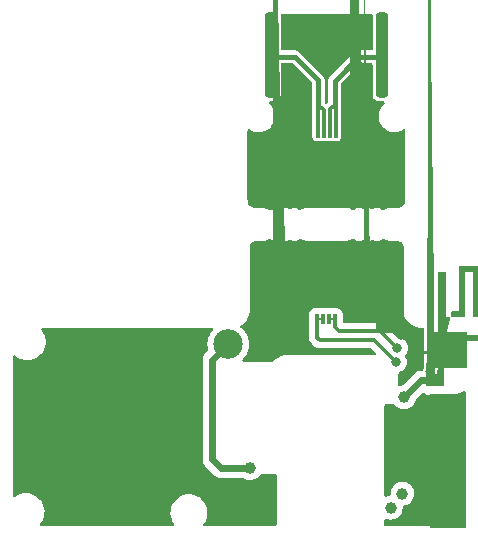
<source format=gtl>
%TF.GenerationSoftware,KiCad,Pcbnew,(6.0.6-0)*%
%TF.CreationDate,2022-07-01T12:28:57+02:00*%
%TF.ProjectId,leo_headphones,6c656f5f-6865-4616-9470-686f6e65732e,rev?*%
%TF.SameCoordinates,Original*%
%TF.FileFunction,Copper,L1,Top*%
%TF.FilePolarity,Positive*%
%FSLAX46Y46*%
G04 Gerber Fmt 4.6, Leading zero omitted, Abs format (unit mm)*
G04 Created by KiCad (PCBNEW (6.0.6-0)) date 2022-07-01 12:28:57*
%MOMM*%
%LPD*%
G01*
G04 APERTURE LIST*
G04 Aperture macros list*
%AMRoundRect*
0 Rectangle with rounded corners*
0 $1 Rounding radius*
0 $2 $3 $4 $5 $6 $7 $8 $9 X,Y pos of 4 corners*
0 Add a 4 corners polygon primitive as box body*
4,1,4,$2,$3,$4,$5,$6,$7,$8,$9,$2,$3,0*
0 Add four circle primitives for the rounded corners*
1,1,$1+$1,$2,$3*
1,1,$1+$1,$4,$5*
1,1,$1+$1,$6,$7*
1,1,$1+$1,$8,$9*
0 Add four rect primitives between the rounded corners*
20,1,$1+$1,$2,$3,$4,$5,0*
20,1,$1+$1,$4,$5,$6,$7,0*
20,1,$1+$1,$6,$7,$8,$9,0*
20,1,$1+$1,$8,$9,$2,$3,0*%
%AMFreePoly0*
4,1,57,1.876963,1.187756,1.892802,1.187756,1.905616,1.178446,1.920679,1.173552,1.929989,1.160739,1.942802,1.151429,1.947696,1.136366,1.957006,1.123552,1.957006,1.107713,1.961900,1.092650,1.961900,-1.992650,1.957006,-2.007713,1.957006,-2.023552,1.947696,-2.036366,1.942802,-2.051429,1.929989,-2.060739,1.920679,-2.073552,1.905616,-2.078446,1.892802,-2.087756,1.876963,-2.087756,
1.861900,-2.092650,0.541900,-2.092650,0.526837,-2.087756,0.510998,-2.087756,0.498184,-2.078446,0.483121,-2.073552,0.473811,-2.060739,0.460998,-2.051429,0.456104,-2.036366,0.446794,-2.023552,0.446794,-2.007713,0.441900,-1.992650,0.441900,-1.192650,-0.541900,-1.192650,-0.556963,-1.187756,-0.572802,-1.187756,-0.585616,-1.178446,-0.600679,-1.173552,-0.609989,-1.160739,-0.622802,-1.151429,
-0.627696,-1.136366,-0.637006,-1.123552,-0.637006,-1.107713,-0.641900,-1.092650,-0.641900,1.092650,-0.637006,1.107713,-0.637006,1.123552,-0.627696,1.136366,-0.622802,1.151429,-0.609989,1.160739,-0.600679,1.173552,-0.585616,1.178446,-0.572802,1.187756,-0.556963,1.187756,-0.541900,1.192650,1.861900,1.192650,1.876963,1.187756,1.876963,1.187756,$1*%
%AMFreePoly1*
4,1,57,1.208863,1.200006,1.224702,1.200006,1.237516,1.190696,1.252579,1.185802,1.261889,1.172989,1.274702,1.163679,1.279596,1.148616,1.288906,1.135802,1.288906,1.119963,1.293800,1.104900,1.293800,-1.110400,1.288906,-1.125463,1.288906,-1.141302,1.279596,-1.154116,1.274702,-1.169179,1.261889,-1.178489,1.252579,-1.191302,1.237516,-1.196196,1.224702,-1.205506,1.208863,-1.205506,
1.193800,-1.210400,0.260000,-1.210400,0.260000,-2.000400,0.255106,-2.015463,0.255106,-2.031302,0.245796,-2.044116,0.240902,-2.059179,0.228089,-2.068489,0.218779,-2.081302,0.203716,-2.086196,0.190902,-2.095506,0.175063,-2.095506,0.160000,-2.100400,-1.210000,-2.100400,-1.225063,-2.095506,-1.240902,-2.095506,-1.253716,-2.086196,-1.268779,-2.081302,-1.278089,-2.068489,-1.290902,-2.059179,
-1.295796,-2.044116,-1.305106,-2.031302,-1.305106,-2.015463,-1.310000,-2.000400,-1.310000,1.104900,-1.305106,1.119963,-1.305106,1.135802,-1.295796,1.148616,-1.290902,1.163679,-1.278089,1.172989,-1.268779,1.185802,-1.253716,1.190696,-1.240902,1.200006,-1.225063,1.200006,-1.210000,1.204900,1.193800,1.204900,1.208863,1.200006,1.208863,1.200006,$1*%
%AMFreePoly2*
4,1,55,1.436000,5.880000,2.028667,5.880000,2.028667,9.690000,3.722000,9.690000,3.722000,5.880000,4.314667,5.880000,4.314667,9.690000,6.008000,9.690000,6.008000,5.880000,6.600667,5.880000,6.600667,9.690000,10.834000,9.690000,10.834000,9.182000,7.108667,9.182000,7.108667,5.372000,5.500000,5.372000,5.500000,9.182000,4.822667,9.182000,4.822667,5.372000,3.214000,5.372000,
3.214000,9.182000,2.536667,9.182000,2.536667,5.372000,0.928000,5.372000,0.928000,9.182000,0.250667,9.182000,0.250667,3.848000,7.193333,3.848000,7.193333,3.340000,0.250667,3.340000,0.250667,2.956586,0.322027,2.514985,0.504667,2.070001,0.613118,1.844974,0.685355,1.651755,0.728695,1.446501,0.750459,1.185372,0.757963,0.824526,0.758667,0.548415,0.759051,0.512500,
0.770000,0.512500,0.770000,-0.512500,-0.770000,-0.512500,-0.770000,0.512500,-0.765290,0.512500,-0.762428,0.937228,-0.748472,1.244840,-0.715608,1.474687,-0.655975,1.672536,-0.561715,1.884156,-0.511333,1.985334,-0.257333,2.488505,-0.257333,9.690000,1.436000,9.690000,1.436000,5.880000,1.436000,5.880000,$1*%
G04 Aperture macros list end*
%TA.AperFunction,EtchedComponent*%
%ADD10C,0.010000*%
%TD*%
%TA.AperFunction,ComponentPad*%
%ADD11C,1.000000*%
%TD*%
%TA.AperFunction,SMDPad,CuDef*%
%ADD12C,2.500000*%
%TD*%
%TA.AperFunction,SMDPad,CuDef*%
%ADD13R,0.304800X0.812800*%
%TD*%
%TA.AperFunction,SMDPad,CuDef*%
%ADD14FreePoly0,0.000000*%
%TD*%
%TA.AperFunction,SMDPad,CuDef*%
%ADD15FreePoly1,0.000000*%
%TD*%
%TA.AperFunction,SMDPad,CuDef*%
%ADD16RoundRect,0.250000X-0.250000X-3.350000X0.250000X-3.350000X0.250000X3.350000X-0.250000X3.350000X0*%
%TD*%
%TA.AperFunction,SMDPad,CuDef*%
%ADD17FreePoly2,270.000000*%
%TD*%
%TA.AperFunction,SMDPad,CuDef*%
%ADD18R,3.048000X11.429999*%
%TD*%
%TA.AperFunction,SMDPad,CuDef*%
%ADD19FreePoly0,180.000000*%
%TD*%
%TA.AperFunction,SMDPad,CuDef*%
%ADD20FreePoly1,180.000000*%
%TD*%
%TA.AperFunction,ViaPad*%
%ADD21C,0.800000*%
%TD*%
%TA.AperFunction,Conductor*%
%ADD22C,0.200000*%
%TD*%
%TA.AperFunction,Conductor*%
%ADD23C,0.304800*%
%TD*%
%TA.AperFunction,Conductor*%
%ADD24C,0.457200*%
%TD*%
%TA.AperFunction,Conductor*%
%ADD25C,0.609600*%
%TD*%
%TA.AperFunction,Conductor*%
%ADD26C,0.250000*%
%TD*%
G04 APERTURE END LIST*
%TO.C,U2*%
G36*
X165627990Y-108685990D02*
G01*
X162579990Y-108685990D01*
X162579990Y-105722657D01*
X165627990Y-105722657D01*
X165627990Y-108685990D01*
G37*
D10*
X165627990Y-108685990D02*
X162579990Y-108685990D01*
X162579990Y-105722657D01*
X165627990Y-105722657D01*
X165627990Y-108685990D01*
%TD*%
D11*
%TO.P,U1,1,ANT*%
%TO.N,Net-(U1-Pad1)*%
X160434147Y-111238923D03*
%TO.P,U1,2,SPK+*%
%TO.N,/BT_SPK+*%
X160284147Y-119388923D03*
%TO.P,U1,3,SPK-*%
%TO.N,/BT_SPK-*%
X159284147Y-120588923D03*
%TO.P,U1,4,BATT-*%
%TO.N,GND*%
X148934147Y-119238923D03*
%TO.P,U1,5,BATT+*%
%TO.N,/BATT+*%
X147384147Y-117238923D03*
%TD*%
D12*
%TO.P,TP1,1,1*%
%TO.N,/BATT+*%
X145530000Y-106740000D03*
%TD*%
%TO.P,TP2,1,1*%
%TO.N,GND*%
X140950000Y-106680000D03*
%TD*%
D13*
%TO.P,J3,1,1*%
%TO.N,/SPK-*%
X153123200Y-88847600D03*
%TO.P,J3,2,2*%
X153623199Y-88847600D03*
%TO.P,J3,3,3*%
%TO.N,/SPK+*%
X154123200Y-88847600D03*
%TO.P,J3,4,4*%
X154623200Y-88847600D03*
D14*
%TO.P,J3,5,5*%
%TO.N,GND2*%
X150021300Y-89785350D03*
D15*
%TO.P,J3,6,6*%
X157073200Y-89797600D03*
%TD*%
D16*
%TO.P,LS1,1,1*%
%TO.N,/SPK-*%
X149159992Y-82270600D03*
%TO.P,LS1,2,2*%
%TO.N,/SPK+*%
X158559992Y-82270600D03*
%TD*%
D17*
%TO.P,U2,1,SIG*%
%TO.N,Net-(U1-Pad1)*%
X163049990Y-109789990D03*
D18*
%TO.P,U2,2,GND*%
%TO.N,GND*%
X164103990Y-116602323D03*
%TD*%
D13*
%TO.P,J2,1,1*%
%TO.N,/BT_SPK+*%
X154547000Y-104598800D03*
%TO.P,J2,2,2*%
X154047001Y-104598800D03*
%TO.P,J2,3,3*%
%TO.N,/BT_SPK-*%
X153547000Y-104598800D03*
%TO.P,J2,4,4*%
X153047000Y-104598800D03*
D19*
%TO.P,J2,5,5*%
%TO.N,GND*%
X157648900Y-103661050D03*
D20*
%TO.P,J2,6,6*%
X150597000Y-103648800D03*
%TD*%
D21*
%TO.N,/BT_SPK-*%
X159740600Y-108254800D03*
%TO.N,/BT_SPK+*%
X159842200Y-107086400D03*
%TO.N,GND*%
X164033200Y-121361200D03*
X164010000Y-107440000D03*
X160125000Y-105940000D03*
X142875000Y-110312200D03*
X150593200Y-105940000D03*
X164033200Y-111937800D03*
%TO.N,GND2*%
X151688800Y-80391000D03*
X156286200Y-93751400D03*
X150952200Y-93700600D03*
X156286200Y-80391000D03*
X147955000Y-93776800D03*
X159435800Y-89814400D03*
X159537400Y-93802200D03*
X148361400Y-89789000D03*
%TD*%
D22*
%TO.N,/BT_SPK-*%
X153047000Y-104598800D02*
X153547000Y-104598800D01*
D23*
X159740600Y-108254800D02*
X157911800Y-106426000D01*
X157911800Y-106426000D02*
X153263600Y-106426000D01*
X153047000Y-106209400D02*
X153047000Y-104558400D01*
X153263600Y-106426000D02*
X153047000Y-106209400D01*
%TO.N,/BT_SPK+*%
X158369000Y-105613200D02*
X159842200Y-107086400D01*
X154547000Y-105271000D02*
X154889200Y-105613200D01*
D22*
X154547000Y-104598800D02*
X154047001Y-104598800D01*
D23*
X154547000Y-104991600D02*
X154547000Y-105271000D01*
X154889200Y-105613200D02*
X158369000Y-105613200D01*
%TO.N,/SPK-*%
X153162000Y-86715600D02*
X153441400Y-86715600D01*
X153441400Y-86715600D02*
X153623199Y-86897399D01*
D22*
X153097800Y-86729000D02*
X153111200Y-86715600D01*
D24*
X153162000Y-86715600D02*
X153162000Y-84404200D01*
D23*
X153623199Y-86897399D02*
X153623199Y-88847600D01*
X153123200Y-88847600D02*
X153097800Y-88822200D01*
D24*
X153162000Y-84404200D02*
X151165400Y-82407600D01*
X151165400Y-82407600D02*
X149160000Y-82407600D01*
D23*
X153097800Y-88822200D02*
X153097800Y-86729000D01*
D22*
X153111200Y-86715600D02*
X153162000Y-86715600D01*
D24*
%TO.N,/SPK+*%
X154533600Y-84429600D02*
X156555600Y-82407600D01*
X154533600Y-86639400D02*
X154533600Y-84429600D01*
D23*
X154533600Y-86639400D02*
X154623200Y-86729000D01*
X154533600Y-86639400D02*
X154279600Y-86639400D01*
X154123200Y-86795800D02*
X154123200Y-88847600D01*
X154279600Y-86639400D02*
X154123200Y-86795800D01*
D24*
X156555600Y-82407600D02*
X158560000Y-82407600D01*
D23*
X154623200Y-86729000D02*
X154623200Y-88847600D01*
D25*
%TO.N,/BATT+*%
X144170400Y-116484400D02*
X144170400Y-108099600D01*
X147384151Y-117238920D02*
X144924920Y-117238920D01*
X144924920Y-117238920D02*
X144170400Y-116484400D01*
X144170400Y-108099600D02*
X145530000Y-106740000D01*
%TO.N,GND*%
X142844520Y-108124520D02*
X141400000Y-106680000D01*
D26*
X161645600Y-121361200D02*
X164033200Y-121361200D01*
D25*
X145212960Y-119238920D02*
X142844520Y-116870480D01*
D26*
X159274800Y-103648800D02*
X160125000Y-104499000D01*
X150593200Y-105940000D02*
X150593200Y-103652600D01*
D25*
X142875000Y-110315000D02*
X142844520Y-110345480D01*
X142875000Y-110312200D02*
X142875000Y-110315000D01*
X142844520Y-116870480D02*
X142844520Y-110345480D01*
D26*
X160125000Y-104499000D02*
X160125000Y-105940000D01*
X150597000Y-105936200D02*
X150593200Y-105940000D01*
X164010000Y-107440000D02*
X161622200Y-107440000D01*
D25*
X142844520Y-110345480D02*
X142844520Y-108124520D01*
D26*
X161622200Y-107440000D02*
X161571400Y-107440000D01*
X156997000Y-103648800D02*
X159274800Y-103648800D01*
D25*
X148934151Y-119238920D02*
X145212960Y-119238920D01*
%TO.N,Net-(U1-Pad1)*%
X161883081Y-109789990D02*
X163049990Y-109789990D01*
X160434151Y-111238920D02*
X161883081Y-109789990D01*
D26*
%TO.N,GND2*%
X148361400Y-89789000D02*
X150664600Y-89789000D01*
X148370000Y-89797600D02*
X148361400Y-89789000D01*
X159435800Y-89814400D02*
X157090000Y-89814400D01*
%TD*%
%TA.AperFunction,Conductor*%
%TO.N,GND*%
G36*
X165593555Y-110735224D02*
G01*
X165629586Y-110796399D01*
X165633400Y-110827166D01*
X165633400Y-122027035D01*
X165613398Y-122095156D01*
X165559742Y-122141649D01*
X165507373Y-122153035D01*
X161238766Y-122152133D01*
X158876472Y-122151634D01*
X158808357Y-122131618D01*
X158761875Y-122077952D01*
X158750500Y-122025634D01*
X158750500Y-121649400D01*
X158770502Y-121581279D01*
X158824158Y-121534786D01*
X158894432Y-121524682D01*
X158915433Y-121529566D01*
X159066539Y-121578663D01*
X159262924Y-121602081D01*
X159269059Y-121601609D01*
X159269061Y-121601609D01*
X159453977Y-121587380D01*
X159453981Y-121587379D01*
X159460119Y-121586907D01*
X159650610Y-121533721D01*
X159656114Y-121530941D01*
X159656116Y-121530940D01*
X159821642Y-121447327D01*
X159821644Y-121447326D01*
X159827143Y-121444548D01*
X159982994Y-121322784D01*
X160112225Y-121173068D01*
X160209916Y-121001102D01*
X160272344Y-120813436D01*
X160297132Y-120617218D01*
X160297527Y-120588923D01*
X160297185Y-120585434D01*
X160291641Y-120528890D01*
X160304901Y-120459142D01*
X160353764Y-120407636D01*
X160407372Y-120390966D01*
X160453977Y-120387380D01*
X160453981Y-120387379D01*
X160460119Y-120386907D01*
X160650610Y-120333721D01*
X160656114Y-120330941D01*
X160656116Y-120330940D01*
X160821642Y-120247327D01*
X160821644Y-120247326D01*
X160827143Y-120244548D01*
X160982994Y-120122784D01*
X161112225Y-119973068D01*
X161209916Y-119801102D01*
X161272344Y-119613436D01*
X161297132Y-119417218D01*
X161297527Y-119388923D01*
X161278227Y-119192090D01*
X161221063Y-119002754D01*
X161128213Y-118828127D01*
X161057856Y-118741861D01*
X161007107Y-118679636D01*
X161007104Y-118679633D01*
X161003212Y-118674861D01*
X160996871Y-118669615D01*
X160855572Y-118552722D01*
X160855568Y-118552720D01*
X160850822Y-118548793D01*
X160676848Y-118454725D01*
X160487915Y-118396241D01*
X160481790Y-118395597D01*
X160481789Y-118395597D01*
X160297351Y-118376212D01*
X160297349Y-118376212D01*
X160291222Y-118375568D01*
X160208723Y-118383076D01*
X160100398Y-118392934D01*
X160100395Y-118392935D01*
X160094259Y-118393493D01*
X160088353Y-118395231D01*
X160088349Y-118395232D01*
X159983223Y-118426172D01*
X159904528Y-118449333D01*
X159899070Y-118452186D01*
X159899066Y-118452188D01*
X159808294Y-118499643D01*
X159729257Y-118540963D01*
X159575122Y-118664891D01*
X159447993Y-118816397D01*
X159445026Y-118821795D01*
X159445022Y-118821800D01*
X159441544Y-118828127D01*
X159352714Y-118989710D01*
X159350853Y-118995577D01*
X159350852Y-118995579D01*
X159294774Y-119172359D01*
X159292912Y-119178229D01*
X159270866Y-119374774D01*
X159271382Y-119380919D01*
X159277283Y-119451201D01*
X159263051Y-119520756D01*
X159213473Y-119571575D01*
X159163144Y-119587224D01*
X159142062Y-119589143D01*
X159100399Y-119592934D01*
X159100397Y-119592934D01*
X159094259Y-119593493D01*
X159088353Y-119595231D01*
X159088349Y-119595232D01*
X158966130Y-119631203D01*
X158912074Y-119647112D01*
X158841078Y-119647157D01*
X158781328Y-119608811D01*
X158751794Y-119544248D01*
X158750500Y-119526238D01*
X158750500Y-111962700D01*
X158770502Y-111894579D01*
X158824158Y-111848086D01*
X158876500Y-111836700D01*
X159427177Y-111836700D01*
X159427948Y-111836702D01*
X159505521Y-111837176D01*
X159518978Y-111833330D01*
X159589970Y-111833842D01*
X159652347Y-111876214D01*
X159705182Y-111942876D01*
X159855797Y-112071059D01*
X160028441Y-112167547D01*
X160216539Y-112228663D01*
X160412924Y-112252081D01*
X160419059Y-112251609D01*
X160419061Y-112251609D01*
X160603977Y-112237380D01*
X160603981Y-112237379D01*
X160610119Y-112236907D01*
X160800610Y-112183721D01*
X160806114Y-112180941D01*
X160806116Y-112180940D01*
X160971642Y-112097327D01*
X160971644Y-112097326D01*
X160977143Y-112094548D01*
X161132994Y-111972784D01*
X161240630Y-111848086D01*
X161258196Y-111827736D01*
X161258197Y-111827734D01*
X161262225Y-111823068D01*
X161359916Y-111651102D01*
X161422344Y-111463436D01*
X161423116Y-111457327D01*
X161423118Y-111457317D01*
X161425980Y-111434662D01*
X161454362Y-111369586D01*
X161461891Y-111361360D01*
X161951669Y-110871582D01*
X162013981Y-110837556D01*
X162084796Y-110842621D01*
X162137984Y-110882437D01*
X162138466Y-110882019D01*
X162140387Y-110884236D01*
X162141632Y-110885168D01*
X162143396Y-110887709D01*
X162144370Y-110888833D01*
X162149240Y-110896411D01*
X162156050Y-110902312D01*
X162252935Y-110986264D01*
X162252938Y-110986266D01*
X162259747Y-110992166D01*
X162392756Y-111052909D01*
X162537490Y-111073719D01*
X163562490Y-111073719D01*
X163580704Y-111072416D01*
X163628865Y-111068972D01*
X163628867Y-111068972D01*
X163635601Y-111068490D01*
X163642080Y-111066588D01*
X163648728Y-111065388D01*
X163648832Y-111065967D01*
X163674842Y-111062192D01*
X163752740Y-111061994D01*
X163875587Y-111061681D01*
X163875651Y-111061680D01*
X163875826Y-111061680D01*
X163885197Y-111061571D01*
X163885530Y-111061564D01*
X163885535Y-111061564D01*
X164245044Y-111054088D01*
X164245058Y-111054087D01*
X164246043Y-111054067D01*
X164247039Y-111054015D01*
X164247044Y-111054015D01*
X164277057Y-111052454D01*
X164277078Y-111052453D01*
X164278031Y-111052403D01*
X164539160Y-111030639D01*
X164602626Y-111021331D01*
X164709806Y-110998700D01*
X164805566Y-110978480D01*
X164805576Y-110978478D01*
X164807880Y-110977991D01*
X164881647Y-110956544D01*
X165074866Y-110884307D01*
X165118002Y-110865895D01*
X165325851Y-110765723D01*
X165332712Y-110762666D01*
X165459557Y-110710603D01*
X165530171Y-110703241D01*
X165593555Y-110735224D01*
G37*
%TD.AperFunction*%
%TA.AperFunction,Conductor*%
G36*
X144208620Y-105357452D02*
G01*
X144255113Y-105411108D01*
X144265217Y-105481382D01*
X144237373Y-105544020D01*
X144221708Y-105562855D01*
X144094363Y-105715970D01*
X144091934Y-105719973D01*
X144006541Y-105860697D01*
X143958771Y-105939419D01*
X143857697Y-106180455D01*
X143793359Y-106433783D01*
X143767173Y-106693839D01*
X143767397Y-106698505D01*
X143767397Y-106698511D01*
X143768601Y-106723567D01*
X143779713Y-106954908D01*
X143807793Y-107096076D01*
X143830483Y-107210145D01*
X143824155Y-107280859D01*
X143795999Y-107323821D01*
X143601931Y-107517889D01*
X143600994Y-107518818D01*
X143536150Y-107582318D01*
X143532336Y-107588236D01*
X143532332Y-107588241D01*
X143512505Y-107619007D01*
X143505066Y-107629360D01*
X143477837Y-107663469D01*
X143474772Y-107669809D01*
X143474769Y-107669814D01*
X143463135Y-107693879D01*
X143455608Y-107707292D01*
X143441126Y-107729764D01*
X143441123Y-107729771D01*
X143437308Y-107735690D01*
X143434898Y-107742310D01*
X143434898Y-107742311D01*
X143430860Y-107753404D01*
X143422544Y-107776255D01*
X143422379Y-107776707D01*
X143417418Y-107788451D01*
X143407822Y-107808302D01*
X143398423Y-107827744D01*
X143390823Y-107860664D01*
X143386457Y-107875399D01*
X143377311Y-107900528D01*
X143377309Y-107900534D01*
X143374902Y-107907149D01*
X143374020Y-107914132D01*
X143369431Y-107950459D01*
X143367197Y-107963000D01*
X143357378Y-108005530D01*
X143357353Y-108012576D01*
X143357353Y-108012579D01*
X143357235Y-108046341D01*
X143357205Y-108047234D01*
X143357100Y-108048070D01*
X143357100Y-108085006D01*
X143357099Y-108085446D01*
X143356816Y-108166646D01*
X143356741Y-108187992D01*
X143357011Y-108189198D01*
X143357100Y-108190847D01*
X143357100Y-116475183D01*
X143357093Y-116476503D01*
X143356144Y-116567109D01*
X143357633Y-116573996D01*
X143365367Y-116609765D01*
X143367428Y-116622349D01*
X143372293Y-116665725D01*
X143374608Y-116672372D01*
X143383402Y-116697626D01*
X143387564Y-116712436D01*
X143394702Y-116745451D01*
X143397680Y-116751838D01*
X143397681Y-116751840D01*
X143413152Y-116785019D01*
X143417947Y-116796827D01*
X143432299Y-116838039D01*
X143436032Y-116844013D01*
X143450197Y-116866682D01*
X143457533Y-116880192D01*
X143471815Y-116910819D01*
X143488954Y-116932914D01*
X143498569Y-116945310D01*
X143505862Y-116955764D01*
X143528989Y-116992776D01*
X143533954Y-116997775D01*
X143533955Y-116997777D01*
X143557756Y-117021744D01*
X143558353Y-117022382D01*
X143558873Y-117023053D01*
X143585131Y-117049311D01*
X143647452Y-117112068D01*
X143657559Y-117122246D01*
X143658600Y-117122906D01*
X143659835Y-117124015D01*
X144343209Y-117807389D01*
X144344138Y-117808326D01*
X144407638Y-117873170D01*
X144413556Y-117876984D01*
X144413561Y-117876988D01*
X144444327Y-117896815D01*
X144454680Y-117904254D01*
X144488789Y-117931483D01*
X144519203Y-117946186D01*
X144532611Y-117953710D01*
X144561010Y-117972012D01*
X144600916Y-117986537D01*
X144602035Y-117986944D01*
X144613774Y-117991903D01*
X144653064Y-118010896D01*
X144685973Y-118018494D01*
X144700713Y-118022860D01*
X144732469Y-118034418D01*
X144775794Y-118039891D01*
X144788323Y-118042124D01*
X144823985Y-118050358D01*
X144823993Y-118050359D01*
X144830850Y-118051942D01*
X144837891Y-118051967D01*
X144837894Y-118051967D01*
X144871659Y-118052085D01*
X144872552Y-118052114D01*
X144873390Y-118052220D01*
X144910453Y-118052220D01*
X144910892Y-118052221D01*
X145009779Y-118052566D01*
X145009784Y-118052566D01*
X145013312Y-118052578D01*
X145014515Y-118052309D01*
X145016160Y-118052220D01*
X146740259Y-118052220D01*
X146804988Y-118072507D01*
X146805797Y-118071059D01*
X146978441Y-118167547D01*
X147166539Y-118228663D01*
X147362924Y-118252081D01*
X147369059Y-118251609D01*
X147369061Y-118251609D01*
X147553977Y-118237380D01*
X147553981Y-118237379D01*
X147560119Y-118236907D01*
X147750610Y-118183721D01*
X147756114Y-118180941D01*
X147756116Y-118180940D01*
X147921642Y-118097327D01*
X147921644Y-118097326D01*
X147927143Y-118094548D01*
X148082994Y-117972784D01*
X148212225Y-117823068D01*
X148220499Y-117808503D01*
X148271538Y-117759153D01*
X148330055Y-117744740D01*
X149504900Y-117744740D01*
X149573021Y-117764742D01*
X149619514Y-117818398D01*
X149630900Y-117870740D01*
X149630900Y-122017138D01*
X149610898Y-122085259D01*
X149557242Y-122131752D01*
X149504924Y-122143138D01*
X144291493Y-122144110D01*
X143543378Y-122144250D01*
X143475253Y-122124261D01*
X143428750Y-122070614D01*
X143418633Y-122000342D01*
X143445989Y-121938275D01*
X143480073Y-121896780D01*
X143483284Y-121892871D01*
X143609438Y-121676116D01*
X143619694Y-121649400D01*
X143697503Y-121446701D01*
X143699315Y-121441981D01*
X143716371Y-121360341D01*
X143749566Y-121201441D01*
X143750601Y-121196487D01*
X143751453Y-121177736D01*
X143757022Y-121055088D01*
X143761978Y-120945952D01*
X143733152Y-120696821D01*
X143709630Y-120613694D01*
X143666244Y-120460372D01*
X143666243Y-120460370D01*
X143664866Y-120455503D01*
X143662732Y-120450928D01*
X143662730Y-120450921D01*
X143561013Y-120232789D01*
X143561011Y-120232785D01*
X143558876Y-120228207D01*
X143489809Y-120126578D01*
X143420755Y-120024968D01*
X143420752Y-120024964D01*
X143417909Y-120020781D01*
X143317285Y-119914373D01*
X143249073Y-119842241D01*
X143245593Y-119838561D01*
X143196599Y-119801102D01*
X143050379Y-119689308D01*
X143050375Y-119689305D01*
X143046359Y-119686235D01*
X142986273Y-119654017D01*
X142829795Y-119570115D01*
X142825334Y-119567723D01*
X142820553Y-119566077D01*
X142820549Y-119566075D01*
X142592993Y-119487721D01*
X142588204Y-119486072D01*
X142484671Y-119468189D01*
X142344980Y-119444060D01*
X142344974Y-119444059D01*
X142341070Y-119443385D01*
X142337109Y-119443205D01*
X142337108Y-119443205D01*
X142312429Y-119442084D01*
X142312410Y-119442084D01*
X142311010Y-119442020D01*
X142136345Y-119442020D01*
X142133837Y-119442222D01*
X142133832Y-119442222D01*
X141954416Y-119456657D01*
X141954411Y-119456658D01*
X141949375Y-119457063D01*
X141944467Y-119458268D01*
X141944464Y-119458269D01*
X141712686Y-119515200D01*
X141705821Y-119516886D01*
X141701169Y-119518861D01*
X141701165Y-119518862D01*
X141492781Y-119607316D01*
X141474964Y-119614879D01*
X141262745Y-119748520D01*
X141074622Y-119914373D01*
X140915436Y-120108169D01*
X140789282Y-120324924D01*
X140787469Y-120329647D01*
X140787468Y-120329649D01*
X140760141Y-120400837D01*
X140699405Y-120559059D01*
X140698372Y-120564005D01*
X140698370Y-120564011D01*
X140687991Y-120613694D01*
X140648119Y-120804553D01*
X140647890Y-120809602D01*
X140647889Y-120809608D01*
X140645390Y-120864646D01*
X140636742Y-121055088D01*
X140637323Y-121060108D01*
X140637323Y-121060112D01*
X140643895Y-121116909D01*
X140665568Y-121304219D01*
X140666947Y-121309093D01*
X140666948Y-121309097D01*
X140729335Y-121529567D01*
X140733854Y-121545537D01*
X140735988Y-121550112D01*
X140735990Y-121550119D01*
X140805509Y-121699202D01*
X140839844Y-121772833D01*
X140842686Y-121777014D01*
X140842690Y-121777022D01*
X140958838Y-121947929D01*
X140980584Y-122015513D01*
X140962340Y-122084125D01*
X140909897Y-122131982D01*
X140854651Y-122144751D01*
X129688277Y-122146833D01*
X129620154Y-122126844D01*
X129573651Y-122073197D01*
X129563534Y-122002925D01*
X129590891Y-121940857D01*
X129698032Y-121810422D01*
X129698035Y-121810418D01*
X129701244Y-121806511D01*
X129827398Y-121589756D01*
X129831377Y-121579392D01*
X129915463Y-121360341D01*
X129917275Y-121355621D01*
X129923343Y-121326578D01*
X129967526Y-121115081D01*
X129968561Y-121110127D01*
X129969417Y-121091294D01*
X129979708Y-120864646D01*
X129979938Y-120859592D01*
X129977371Y-120837401D01*
X129952299Y-120620722D01*
X129951112Y-120610461D01*
X129946010Y-120592428D01*
X129884204Y-120374012D01*
X129884203Y-120374010D01*
X129882826Y-120369143D01*
X129880692Y-120364568D01*
X129880690Y-120364561D01*
X129778973Y-120146429D01*
X129778971Y-120146425D01*
X129776836Y-120141847D01*
X129756920Y-120112541D01*
X129638715Y-119938608D01*
X129638712Y-119938604D01*
X129635869Y-119934421D01*
X129463553Y-119752201D01*
X129459526Y-119749122D01*
X129268339Y-119602948D01*
X129268335Y-119602945D01*
X129264319Y-119599875D01*
X129212066Y-119571857D01*
X129047755Y-119483755D01*
X129043294Y-119481363D01*
X129038513Y-119479717D01*
X129038509Y-119479715D01*
X128810953Y-119401361D01*
X128806164Y-119399712D01*
X128661787Y-119374774D01*
X128562940Y-119357700D01*
X128562934Y-119357699D01*
X128559030Y-119357025D01*
X128555069Y-119356845D01*
X128555068Y-119356845D01*
X128530389Y-119355724D01*
X128530370Y-119355724D01*
X128528970Y-119355660D01*
X128354305Y-119355660D01*
X128351797Y-119355862D01*
X128351792Y-119355862D01*
X128172376Y-119370297D01*
X128172371Y-119370298D01*
X128167335Y-119370703D01*
X128162427Y-119371908D01*
X128162424Y-119371909D01*
X127992308Y-119413694D01*
X127923781Y-119430526D01*
X127919129Y-119432501D01*
X127919125Y-119432502D01*
X127715674Y-119518862D01*
X127692924Y-119528519D01*
X127491642Y-119655273D01*
X127423342Y-119674646D01*
X127355408Y-119654017D01*
X127309411Y-119599936D01*
X127298502Y-119548647D01*
X127298863Y-107807712D01*
X127318867Y-107739594D01*
X127372524Y-107693103D01*
X127442799Y-107683001D01*
X127501392Y-107707622D01*
X127672981Y-107838812D01*
X127672985Y-107838815D01*
X127677001Y-107841885D01*
X127681459Y-107844275D01*
X127681460Y-107844276D01*
X127765857Y-107889529D01*
X127898026Y-107960397D01*
X127902807Y-107962043D01*
X127902811Y-107962045D01*
X128049572Y-108012579D01*
X128135156Y-108042048D01*
X128230948Y-108058594D01*
X128378380Y-108084060D01*
X128378386Y-108084061D01*
X128382290Y-108084735D01*
X128386251Y-108084915D01*
X128386252Y-108084915D01*
X128410931Y-108086036D01*
X128410950Y-108086036D01*
X128412350Y-108086100D01*
X128587015Y-108086100D01*
X128589523Y-108085898D01*
X128589528Y-108085898D01*
X128768944Y-108071463D01*
X128768949Y-108071462D01*
X128773985Y-108071057D01*
X128778893Y-108069852D01*
X128778896Y-108069851D01*
X129012625Y-108012441D01*
X129017539Y-108011234D01*
X129022191Y-108009259D01*
X129022195Y-108009258D01*
X129243741Y-107915217D01*
X129243742Y-107915217D01*
X129248396Y-107913241D01*
X129426221Y-107801259D01*
X129456334Y-107782296D01*
X129456335Y-107782295D01*
X129460615Y-107779600D01*
X129648738Y-107613747D01*
X129807924Y-107419951D01*
X129934078Y-107203196D01*
X130023955Y-106969061D01*
X130025954Y-106959496D01*
X130074206Y-106728521D01*
X130075241Y-106723567D01*
X130075638Y-106714844D01*
X130082888Y-106555174D01*
X130086618Y-106473032D01*
X130085018Y-106459198D01*
X130073076Y-106355993D01*
X130057792Y-106223901D01*
X130055623Y-106216234D01*
X129990884Y-105987452D01*
X129990883Y-105987450D01*
X129989506Y-105982583D01*
X129987372Y-105978008D01*
X129987370Y-105978001D01*
X129885653Y-105759869D01*
X129885651Y-105759865D01*
X129883516Y-105755287D01*
X129789730Y-105617286D01*
X129745394Y-105552047D01*
X129745393Y-105552045D01*
X129742549Y-105547861D01*
X129739072Y-105544184D01*
X129737639Y-105542402D01*
X129710543Y-105476779D01*
X129723226Y-105406925D01*
X129771663Y-105355017D01*
X129835836Y-105337450D01*
X144140499Y-105337450D01*
X144208620Y-105357452D01*
G37*
%TD.AperFunction*%
%TA.AperFunction,Conductor*%
G36*
X151669043Y-97842057D02*
G01*
X151752277Y-97876533D01*
X151872979Y-97926529D01*
X151882691Y-97930552D01*
X151963508Y-97949954D01*
X152108768Y-97984829D01*
X152108774Y-97984830D01*
X152113581Y-97985984D01*
X152238710Y-97995832D01*
X152316596Y-98001962D01*
X152327598Y-98003318D01*
X152337748Y-98005025D01*
X152343963Y-98005101D01*
X152345435Y-98005119D01*
X152345439Y-98005119D01*
X152350300Y-98005178D01*
X152355111Y-98004489D01*
X152355127Y-98004488D01*
X152377958Y-98001218D01*
X152395806Y-97999945D01*
X154505181Y-97999769D01*
X155276954Y-97999705D01*
X155298566Y-98001571D01*
X155311284Y-98003784D01*
X155316530Y-98004697D01*
X155321400Y-98004784D01*
X155321401Y-98004784D01*
X155322482Y-98004803D01*
X155329080Y-98004921D01*
X155333911Y-98004257D01*
X155334281Y-98004235D01*
X155341335Y-98003492D01*
X155446011Y-97995832D01*
X155561368Y-97987390D01*
X155561371Y-97987390D01*
X155566311Y-97987028D01*
X155573124Y-97985430D01*
X155604051Y-97978175D01*
X155797886Y-97932705D01*
X156018087Y-97842762D01*
X156018942Y-97844856D01*
X156079560Y-97833787D01*
X156147936Y-97863069D01*
X156158206Y-97871794D01*
X156158210Y-97871797D01*
X156163785Y-97876533D01*
X156170298Y-97879859D01*
X156170300Y-97879860D01*
X156314792Y-97953642D01*
X156314794Y-97953643D01*
X156321308Y-97956969D01*
X156328413Y-97958708D01*
X156328417Y-97958709D01*
X156410738Y-97978852D01*
X156493110Y-97999008D01*
X156498712Y-97999356D01*
X156498715Y-97999356D01*
X156502325Y-97999580D01*
X156502335Y-97999580D01*
X156504264Y-97999700D01*
X156631793Y-97999700D01*
X156701536Y-97991569D01*
X156755911Y-97985230D01*
X156755915Y-97985229D01*
X156763181Y-97984382D01*
X156770056Y-97981887D01*
X156770058Y-97981886D01*
X156923162Y-97926311D01*
X156994020Y-97921870D01*
X157023455Y-97932534D01*
X157033301Y-97937561D01*
X157064788Y-97953640D01*
X157064790Y-97953641D01*
X157071308Y-97956969D01*
X157243110Y-97999008D01*
X157248712Y-97999356D01*
X157248715Y-97999356D01*
X157252325Y-97999580D01*
X157252335Y-97999580D01*
X157254264Y-97999700D01*
X157381793Y-97999700D01*
X157451536Y-97991569D01*
X157505911Y-97985230D01*
X157505915Y-97985229D01*
X157513181Y-97984382D01*
X157520056Y-97981887D01*
X157520058Y-97981886D01*
X157673162Y-97926311D01*
X157744020Y-97921870D01*
X157773455Y-97932534D01*
X157783301Y-97937561D01*
X157814788Y-97953640D01*
X157814790Y-97953641D01*
X157821308Y-97956969D01*
X157993110Y-97999008D01*
X157998712Y-97999356D01*
X157998715Y-97999356D01*
X158002325Y-97999580D01*
X158002335Y-97999580D01*
X158004264Y-97999700D01*
X158131793Y-97999700D01*
X158201536Y-97991569D01*
X158255911Y-97985230D01*
X158255915Y-97985229D01*
X158263181Y-97984382D01*
X158270056Y-97981887D01*
X158270058Y-97981886D01*
X158422561Y-97926529D01*
X158422562Y-97926529D01*
X158429437Y-97924033D01*
X158435554Y-97920022D01*
X158435561Y-97920019D01*
X158534880Y-97854903D01*
X158602815Y-97834280D01*
X158660594Y-97847873D01*
X158663293Y-97849527D01*
X158737006Y-97880060D01*
X158878103Y-97938505D01*
X158878105Y-97938506D01*
X158882676Y-97940399D01*
X158937838Y-97953642D01*
X159108761Y-97994677D01*
X159108767Y-97994678D01*
X159113574Y-97995832D01*
X159252018Y-98006728D01*
X159316596Y-98011811D01*
X159327598Y-98013167D01*
X159337748Y-98014874D01*
X159344126Y-98014952D01*
X159345440Y-98014968D01*
X159345443Y-98014968D01*
X159350300Y-98015027D01*
X159377991Y-98011061D01*
X159395818Y-98009789D01*
X159671432Y-98009739D01*
X159840667Y-98009709D01*
X159860074Y-98011209D01*
X159874851Y-98013510D01*
X159874855Y-98013510D01*
X159883724Y-98014891D01*
X159892626Y-98013727D01*
X159892750Y-98013711D01*
X159923192Y-98013440D01*
X159937277Y-98015027D01*
X159985264Y-98020434D01*
X160012771Y-98026713D01*
X160089853Y-98053685D01*
X160115274Y-98065927D01*
X160184426Y-98109378D01*
X160206485Y-98126970D01*
X160264230Y-98184715D01*
X160281822Y-98206774D01*
X160325273Y-98275926D01*
X160337515Y-98301347D01*
X160364487Y-98378428D01*
X160370766Y-98405936D01*
X160377018Y-98461426D01*
X160376923Y-98477068D01*
X160377800Y-98477079D01*
X160377690Y-98486051D01*
X160376309Y-98494924D01*
X160377473Y-98503826D01*
X160377473Y-98503828D01*
X160380436Y-98526483D01*
X160381500Y-98542821D01*
X160381500Y-103822347D01*
X160380102Y-103841062D01*
X160376283Y-103866489D01*
X160376351Y-103879042D01*
X160377126Y-103883847D01*
X160377126Y-103883852D01*
X160378752Y-103893941D01*
X160379859Y-103902792D01*
X160384438Y-103954103D01*
X160396698Y-104091505D01*
X160445704Y-104299132D01*
X160523758Y-104497673D01*
X160629271Y-104683085D01*
X160760095Y-104851595D01*
X160812939Y-104902616D01*
X160894165Y-104981039D01*
X160913568Y-104999773D01*
X160917219Y-105002407D01*
X160917222Y-105002410D01*
X160974496Y-105043737D01*
X161086565Y-105124603D01*
X161275566Y-105223545D01*
X161279802Y-105225041D01*
X161279809Y-105225044D01*
X161472475Y-105293083D01*
X161476723Y-105294583D01*
X161685942Y-105336273D01*
X161690434Y-105336515D01*
X161690439Y-105336516D01*
X161792365Y-105342014D01*
X161858003Y-105345556D01*
X161869938Y-105346772D01*
X161881608Y-105348526D01*
X161881616Y-105348527D01*
X161886436Y-105349251D01*
X161891313Y-105349225D01*
X161894123Y-105349210D01*
X161898989Y-105349184D01*
X161921267Y-105345595D01*
X161941196Y-105343992D01*
X161963758Y-105343973D01*
X161987929Y-105343952D01*
X162056066Y-105363896D01*
X162102605Y-105417512D01*
X162112769Y-105487777D01*
X162108754Y-105506053D01*
X162101598Y-105529982D01*
X162094935Y-105547429D01*
X162083878Y-105570980D01*
X162082497Y-105579848D01*
X162082497Y-105579849D01*
X162079272Y-105600564D01*
X162075491Y-105617277D01*
X162066908Y-105645976D01*
X162066853Y-105654951D01*
X162066853Y-105654952D01*
X162066696Y-105680742D01*
X162066662Y-105681553D01*
X162066490Y-105682658D01*
X162066490Y-105714001D01*
X162066488Y-105714769D01*
X162066010Y-105793064D01*
X162066397Y-105794417D01*
X162066490Y-105795783D01*
X162066490Y-108677334D01*
X162066488Y-108678102D01*
X162066010Y-108756397D01*
X162068478Y-108765032D01*
X162069617Y-108773346D01*
X162059396Y-108842793D01*
X162044571Y-108875256D01*
X162043289Y-108884173D01*
X162042697Y-108886189D01*
X162004313Y-108945915D01*
X161939732Y-108975408D01*
X161921801Y-108976690D01*
X161892298Y-108976690D01*
X161890978Y-108976683D01*
X161889870Y-108976671D01*
X161800372Y-108975734D01*
X161793490Y-108977222D01*
X161793489Y-108977222D01*
X161757709Y-108984957D01*
X161745131Y-108987016D01*
X161708763Y-108991096D01*
X161708754Y-108991098D01*
X161701756Y-108991883D01*
X161688851Y-108996377D01*
X161669850Y-109002993D01*
X161655043Y-109007155D01*
X161635752Y-109011326D01*
X161622030Y-109014293D01*
X161615645Y-109017270D01*
X161615643Y-109017271D01*
X161612090Y-109018928D01*
X161582467Y-109032741D01*
X161570674Y-109037530D01*
X161529442Y-109051889D01*
X161523467Y-109055623D01*
X161523464Y-109055624D01*
X161500791Y-109069791D01*
X161487274Y-109077130D01*
X161456662Y-109091405D01*
X161431676Y-109110786D01*
X161422171Y-109118159D01*
X161411717Y-109125452D01*
X161374705Y-109148579D01*
X161369706Y-109153544D01*
X161369704Y-109153545D01*
X161345737Y-109177346D01*
X161345099Y-109177943D01*
X161344428Y-109178463D01*
X161318170Y-109204721D01*
X161251075Y-109271350D01*
X161245235Y-109277149D01*
X161244575Y-109278190D01*
X161243466Y-109279425D01*
X160314335Y-110208556D01*
X160249201Y-110243043D01*
X160244259Y-110243493D01*
X160238349Y-110245233D01*
X160238346Y-110245233D01*
X160105875Y-110284221D01*
X160034878Y-110284265D01*
X159975128Y-110245919D01*
X159945594Y-110181357D01*
X159944300Y-110163347D01*
X159944299Y-109239948D01*
X159964301Y-109171827D01*
X160017957Y-109125334D01*
X160021871Y-109123810D01*
X160022888Y-109123594D01*
X160026107Y-109122161D01*
X160191322Y-109048603D01*
X160191324Y-109048602D01*
X160197352Y-109045918D01*
X160234501Y-109018928D01*
X160278423Y-108987016D01*
X160351853Y-108933666D01*
X160378931Y-108903593D01*
X160475221Y-108796652D01*
X160475222Y-108796651D01*
X160479640Y-108791744D01*
X160575127Y-108626356D01*
X160634142Y-108444728D01*
X160644002Y-108350921D01*
X160653414Y-108261365D01*
X160654104Y-108254800D01*
X160636373Y-108086100D01*
X160634832Y-108071435D01*
X160634832Y-108071433D01*
X160634142Y-108064872D01*
X160575127Y-107883244D01*
X160531859Y-107808301D01*
X160515121Y-107739307D01*
X160538341Y-107672215D01*
X160547342Y-107660991D01*
X160576821Y-107628252D01*
X160576822Y-107628251D01*
X160581240Y-107623344D01*
X160641588Y-107518818D01*
X160673423Y-107463679D01*
X160673424Y-107463678D01*
X160676727Y-107457956D01*
X160735742Y-107276328D01*
X160743429Y-107203196D01*
X160755014Y-107092965D01*
X160755704Y-107086400D01*
X160747144Y-107004954D01*
X160736432Y-106903035D01*
X160736432Y-106903033D01*
X160735742Y-106896472D01*
X160676727Y-106714844D01*
X160581240Y-106549456D01*
X160564106Y-106530426D01*
X160457875Y-106412445D01*
X160457874Y-106412444D01*
X160453453Y-106407534D01*
X160354357Y-106335536D01*
X160304294Y-106299163D01*
X160304293Y-106299162D01*
X160298952Y-106295282D01*
X160292924Y-106292598D01*
X160292922Y-106292597D01*
X160130519Y-106220291D01*
X160130518Y-106220291D01*
X160124488Y-106217606D01*
X159997944Y-106190708D01*
X159944144Y-106179272D01*
X159944139Y-106179272D01*
X159937687Y-106177900D01*
X159920544Y-106177900D01*
X159852423Y-106157898D01*
X159831454Y-106141000D01*
X158855600Y-105165147D01*
X158849760Y-105158895D01*
X158845767Y-105154318D01*
X158814476Y-105118448D01*
X158765898Y-105084307D01*
X158760604Y-105080375D01*
X158719855Y-105048423D01*
X158719856Y-105048423D01*
X158713879Y-105043737D01*
X158706955Y-105040611D01*
X158700824Y-105036898D01*
X158696204Y-105034262D01*
X158689822Y-105030840D01*
X158683603Y-105026469D01*
X158628286Y-105004901D01*
X158622207Y-105002346D01*
X158616508Y-104999773D01*
X158568088Y-104977911D01*
X158560612Y-104976525D01*
X158553734Y-104974370D01*
X158548609Y-104972910D01*
X158541645Y-104971122D01*
X158534566Y-104968362D01*
X158527034Y-104967370D01*
X158527032Y-104967370D01*
X158501408Y-104963997D01*
X158475700Y-104960613D01*
X158469202Y-104959584D01*
X158410803Y-104948760D01*
X158403223Y-104949197D01*
X158403222Y-104949197D01*
X158353033Y-104952091D01*
X158345780Y-104952300D01*
X155333900Y-104952300D01*
X155265779Y-104932298D01*
X155219286Y-104878642D01*
X155207900Y-104826300D01*
X155207900Y-104144266D01*
X155201145Y-104082084D01*
X155150015Y-103945695D01*
X155062661Y-103829139D01*
X154946105Y-103741785D01*
X154809716Y-103690655D01*
X154747534Y-103683900D01*
X154346466Y-103683900D01*
X154343074Y-103684269D01*
X154343065Y-103684269D01*
X154310607Y-103687795D01*
X154283393Y-103687795D01*
X154250935Y-103684269D01*
X154250928Y-103684269D01*
X154247535Y-103683900D01*
X153846467Y-103683900D01*
X153810605Y-103687796D01*
X153783395Y-103687796D01*
X153747534Y-103683900D01*
X153346466Y-103683900D01*
X153310605Y-103687796D01*
X153283395Y-103687796D01*
X153247534Y-103683900D01*
X152846466Y-103683900D01*
X152784284Y-103690655D01*
X152647895Y-103741785D01*
X152531339Y-103829139D01*
X152443985Y-103945695D01*
X152392855Y-104082084D01*
X152386100Y-104144266D01*
X152386100Y-106182137D01*
X152385808Y-106190708D01*
X152382158Y-106244243D01*
X152383463Y-106251720D01*
X152383463Y-106251721D01*
X152392368Y-106302743D01*
X152393330Y-106309265D01*
X152400463Y-106368205D01*
X152403149Y-106375313D01*
X152404860Y-106382279D01*
X152406279Y-106387468D01*
X152408356Y-106394347D01*
X152409661Y-106401824D01*
X152433529Y-106456195D01*
X152436012Y-106462281D01*
X152457006Y-106517841D01*
X152461309Y-106524102D01*
X152464615Y-106530426D01*
X152467271Y-106535198D01*
X152470906Y-106541344D01*
X152473958Y-106548296D01*
X152478580Y-106554319D01*
X152510102Y-106595401D01*
X152513973Y-106600728D01*
X152547611Y-106649671D01*
X152553287Y-106654728D01*
X152590819Y-106688168D01*
X152596095Y-106693149D01*
X152776993Y-106874047D01*
X152782846Y-106880312D01*
X152818124Y-106920752D01*
X152860075Y-106950236D01*
X152866693Y-106954887D01*
X152871986Y-106958818D01*
X152896032Y-106977672D01*
X152918722Y-106995463D01*
X152925650Y-106998591D01*
X152931806Y-107002319D01*
X152936425Y-107004954D01*
X152942781Y-107008362D01*
X152948997Y-107012731D01*
X152956076Y-107015491D01*
X153004298Y-107034292D01*
X153010379Y-107036848D01*
X153064512Y-107061290D01*
X153071975Y-107062673D01*
X153078793Y-107064810D01*
X153083978Y-107066287D01*
X153090955Y-107068078D01*
X153098034Y-107070838D01*
X153105567Y-107071830D01*
X153105568Y-107071830D01*
X153128752Y-107074882D01*
X153156908Y-107078589D01*
X153163405Y-107079618D01*
X153221798Y-107090440D01*
X153229379Y-107090003D01*
X153229380Y-107090003D01*
X153279568Y-107087109D01*
X153286821Y-107086900D01*
X157585856Y-107086900D01*
X157653977Y-107106902D01*
X157674951Y-107123805D01*
X158027551Y-107476405D01*
X158061577Y-107538717D01*
X158056512Y-107609532D01*
X158013965Y-107666368D01*
X157947445Y-107691179D01*
X157938456Y-107691500D01*
X150381076Y-107691500D01*
X150371435Y-107690991D01*
X150364037Y-107689121D01*
X150308243Y-107691179D01*
X150301872Y-107691414D01*
X150297228Y-107691500D01*
X150273487Y-107691500D01*
X150269044Y-107692136D01*
X150264581Y-107692454D01*
X150264579Y-107692431D01*
X150257809Y-107693039D01*
X150218479Y-107694490D01*
X150209962Y-107697325D01*
X150209958Y-107697326D01*
X150203450Y-107699493D01*
X150181510Y-107704672D01*
X150178934Y-107705041D01*
X150165813Y-107706920D01*
X150157644Y-107710634D01*
X150157641Y-107710635D01*
X150129970Y-107723216D01*
X150117619Y-107728064D01*
X150084901Y-107738956D01*
X150084893Y-107738959D01*
X150080277Y-107740496D01*
X150075954Y-107742724D01*
X150075951Y-107742725D01*
X150073444Y-107744017D01*
X150069119Y-107746246D01*
X150065457Y-107748918D01*
X150063340Y-107750179D01*
X150035323Y-107766251D01*
X150034142Y-107766788D01*
X150032030Y-107767402D01*
X150032348Y-107767957D01*
X149605927Y-108012579D01*
X149570702Y-108032786D01*
X149306450Y-108208349D01*
X149236724Y-108229400D01*
X146836237Y-108229400D01*
X146768116Y-108209398D01*
X146721623Y-108155742D01*
X146711519Y-108085468D01*
X146741013Y-108020888D01*
X146754823Y-108007235D01*
X146762436Y-108000790D01*
X146762440Y-108000786D01*
X146766005Y-107997768D01*
X146807494Y-107950459D01*
X146935257Y-107804774D01*
X146935261Y-107804769D01*
X146938339Y-107801259D01*
X146946578Y-107788451D01*
X147052117Y-107624371D01*
X147079733Y-107581437D01*
X147187083Y-107343129D01*
X147207774Y-107269765D01*
X147256760Y-107096076D01*
X147256761Y-107096073D01*
X147258030Y-107091572D01*
X147274918Y-106958818D01*
X147290616Y-106835421D01*
X147290616Y-106835417D01*
X147291014Y-106832291D01*
X147293431Y-106740000D01*
X147279696Y-106555174D01*
X147274407Y-106484000D01*
X147274406Y-106483996D01*
X147274061Y-106479348D01*
X147270201Y-106462286D01*
X147220862Y-106244243D01*
X147216377Y-106224423D01*
X147198819Y-106179272D01*
X147123340Y-105985176D01*
X147123339Y-105985173D01*
X147121647Y-105980823D01*
X146991951Y-105753902D01*
X146830138Y-105548643D01*
X146639763Y-105369557D01*
X146605632Y-105345879D01*
X146602443Y-105343667D01*
X146557873Y-105288404D01*
X146550256Y-105217817D01*
X146582011Y-105154318D01*
X146613421Y-105129803D01*
X146668743Y-105099298D01*
X146668748Y-105099295D01*
X146672663Y-105097136D01*
X146798347Y-105002346D01*
X146841384Y-104969888D01*
X146841388Y-104969885D01*
X146844970Y-104967183D01*
X146851500Y-104960614D01*
X146963397Y-104848036D01*
X146997114Y-104814114D01*
X147085471Y-104695471D01*
X147123342Y-104644618D01*
X147126020Y-104641022D01*
X147229085Y-104451403D01*
X147304226Y-104249087D01*
X147349926Y-104038163D01*
X147362397Y-103863112D01*
X147363824Y-103851165D01*
X147365523Y-103841062D01*
X147366469Y-103835441D01*
X147366622Y-103822889D01*
X147362636Y-103795057D01*
X147361363Y-103777279D01*
X147357840Y-98541545D01*
X147359340Y-98522076D01*
X147361617Y-98507454D01*
X147361617Y-98507448D01*
X147362998Y-98498579D01*
X147361834Y-98489675D01*
X147361943Y-98480703D01*
X147362089Y-98480705D01*
X147362070Y-98459249D01*
X147371547Y-98385778D01*
X147379727Y-98354598D01*
X147413951Y-98270106D01*
X147429775Y-98242024D01*
X147456098Y-98206774D01*
X147484316Y-98168987D01*
X147506752Y-98145836D01*
X147578043Y-98089030D01*
X147605616Y-98072331D01*
X147688989Y-98035475D01*
X147719897Y-98026321D01*
X147788646Y-98015250D01*
X147806256Y-98013672D01*
X147810920Y-98013583D01*
X147819832Y-98014685D01*
X147841311Y-98011188D01*
X147861558Y-98009550D01*
X148283566Y-98009550D01*
X148305713Y-98011512D01*
X148317506Y-98013618D01*
X148317511Y-98013619D01*
X148322308Y-98014475D01*
X148327183Y-98014583D01*
X148327263Y-98014585D01*
X148334858Y-98014753D01*
X148339676Y-98014112D01*
X148340064Y-98014091D01*
X148347063Y-98013386D01*
X148572340Y-97997868D01*
X148579497Y-97996220D01*
X148799466Y-97945565D01*
X148804308Y-97944450D01*
X148838714Y-97930552D01*
X149020413Y-97857156D01*
X149020420Y-97857153D01*
X149025021Y-97855294D01*
X149029279Y-97852733D01*
X149030492Y-97852128D01*
X149100378Y-97839621D01*
X149168312Y-97868856D01*
X149172005Y-97871993D01*
X149172008Y-97871995D01*
X149177585Y-97876733D01*
X149227112Y-97902023D01*
X149328592Y-97953842D01*
X149328594Y-97953843D01*
X149335108Y-97957169D01*
X149342213Y-97958908D01*
X149342217Y-97958909D01*
X149424538Y-97979052D01*
X149506910Y-97999208D01*
X149512512Y-97999556D01*
X149512515Y-97999556D01*
X149516125Y-97999780D01*
X149516135Y-97999780D01*
X149518064Y-97999900D01*
X149645593Y-97999900D01*
X149715336Y-97991769D01*
X149769711Y-97985430D01*
X149769715Y-97985429D01*
X149776981Y-97984582D01*
X149783856Y-97982087D01*
X149783858Y-97982086D01*
X149936962Y-97926511D01*
X150007820Y-97922070D01*
X150037256Y-97932734D01*
X150078588Y-97953840D01*
X150078590Y-97953841D01*
X150085108Y-97957169D01*
X150256910Y-97999208D01*
X150262512Y-97999556D01*
X150262515Y-97999556D01*
X150266125Y-97999780D01*
X150266135Y-97999780D01*
X150268064Y-97999900D01*
X150395593Y-97999900D01*
X150465336Y-97991769D01*
X150519711Y-97985430D01*
X150519715Y-97985429D01*
X150526981Y-97984582D01*
X150533856Y-97982087D01*
X150533858Y-97982086D01*
X150686962Y-97926511D01*
X150757820Y-97922070D01*
X150787256Y-97932734D01*
X150828588Y-97953840D01*
X150828590Y-97953841D01*
X150835108Y-97957169D01*
X151006910Y-97999208D01*
X151012512Y-97999556D01*
X151012515Y-97999556D01*
X151016125Y-97999780D01*
X151016135Y-97999780D01*
X151018064Y-97999900D01*
X151145593Y-97999900D01*
X151215336Y-97991769D01*
X151269711Y-97985430D01*
X151269715Y-97985429D01*
X151276981Y-97984582D01*
X151283856Y-97982087D01*
X151283858Y-97982086D01*
X151436361Y-97926729D01*
X151436362Y-97926729D01*
X151443237Y-97924233D01*
X151551743Y-97853094D01*
X151619677Y-97832471D01*
X151669043Y-97842057D01*
G37*
%TD.AperFunction*%
%TD*%
%TA.AperFunction,Conductor*%
%TO.N,GND2*%
G36*
X150960182Y-82961502D02*
G01*
X150981156Y-82978405D01*
X152591195Y-84588444D01*
X152625221Y-84650756D01*
X152628100Y-84677539D01*
X152628100Y-86752248D01*
X152628682Y-86756494D01*
X152628682Y-86756500D01*
X152638934Y-86831340D01*
X152640100Y-86848440D01*
X152640100Y-88787552D01*
X152639227Y-88802362D01*
X152635158Y-88836740D01*
X152636850Y-88846004D01*
X152636850Y-88846007D01*
X152645875Y-88895424D01*
X152646525Y-88899326D01*
X152655392Y-88958302D01*
X152658567Y-88964914D01*
X152659885Y-88972131D01*
X152660761Y-88973817D01*
X152665500Y-89005341D01*
X152665500Y-89299358D01*
X152666796Y-89310252D01*
X152667485Y-89316040D01*
X152668667Y-89325978D01*
X152714836Y-89429919D01*
X152754986Y-89469998D01*
X152787095Y-89502052D01*
X152787097Y-89502053D01*
X152795328Y-89510270D01*
X152899349Y-89556258D01*
X152925442Y-89559300D01*
X153320958Y-89559300D01*
X153342106Y-89556784D01*
X153342109Y-89556784D01*
X153347578Y-89556133D01*
X153347655Y-89556778D01*
X153399294Y-89556724D01*
X153399348Y-89556258D01*
X153425441Y-89559300D01*
X153820957Y-89559300D01*
X153842113Y-89556783D01*
X153842116Y-89556783D01*
X153847577Y-89556133D01*
X153847654Y-89556777D01*
X153899295Y-89556723D01*
X153899349Y-89556258D01*
X153925442Y-89559300D01*
X154320958Y-89559300D01*
X154342114Y-89556783D01*
X154342117Y-89556783D01*
X154347578Y-89556133D01*
X154347655Y-89556777D01*
X154399295Y-89556724D01*
X154399349Y-89556258D01*
X154425442Y-89559300D01*
X154820958Y-89559300D01*
X154831852Y-89558004D01*
X154838193Y-89557250D01*
X154838196Y-89557249D01*
X154847578Y-89556133D01*
X154951519Y-89509964D01*
X154991598Y-89469814D01*
X155023652Y-89437705D01*
X155023653Y-89437703D01*
X155031870Y-89429472D01*
X155077858Y-89325451D01*
X155080900Y-89299358D01*
X155080900Y-86763650D01*
X155081773Y-86748840D01*
X155084735Y-86723813D01*
X155085842Y-86714461D01*
X155075123Y-86655768D01*
X155074473Y-86651865D01*
X155068900Y-86614795D01*
X155067500Y-86596063D01*
X155067500Y-84702939D01*
X155087502Y-84634818D01*
X155104405Y-84613844D01*
X156739843Y-82978405D01*
X156802155Y-82944380D01*
X156828938Y-82941500D01*
X157628692Y-82941500D01*
X157696813Y-82961502D01*
X157743306Y-83015158D01*
X157754692Y-83067500D01*
X157754692Y-85663744D01*
X157765651Y-85754303D01*
X157821658Y-85895762D01*
X157913644Y-86016948D01*
X158034830Y-86108934D01*
X158051124Y-86115385D01*
X158168759Y-86161960D01*
X158168761Y-86161961D01*
X158176289Y-86164941D01*
X158266848Y-86175900D01*
X158646726Y-86175900D01*
X158714847Y-86195902D01*
X158761340Y-86249558D01*
X158771444Y-86319832D01*
X158741950Y-86384412D01*
X158733706Y-86393061D01*
X158594870Y-86525504D01*
X158457576Y-86710035D01*
X158353336Y-86915060D01*
X158285130Y-87134717D01*
X158284429Y-87140006D01*
X158267682Y-87266364D01*
X158254910Y-87362726D01*
X158263539Y-87592567D01*
X158310770Y-87817668D01*
X158395253Y-88031593D01*
X158398023Y-88036157D01*
X158398024Y-88036160D01*
X158511802Y-88223661D01*
X158511805Y-88223665D01*
X158514572Y-88228225D01*
X158665316Y-88401942D01*
X158669442Y-88405325D01*
X158669447Y-88405330D01*
X158764386Y-88483174D01*
X158843174Y-88547776D01*
X158847810Y-88550415D01*
X158847813Y-88550417D01*
X158929017Y-88596641D01*
X159043061Y-88661559D01*
X159259262Y-88740036D01*
X159264511Y-88740985D01*
X159264514Y-88740986D01*
X159481510Y-88780225D01*
X159481517Y-88780226D01*
X159485594Y-88780963D01*
X159504315Y-88781846D01*
X159508215Y-88782030D01*
X159508221Y-88782030D01*
X159509702Y-88782100D01*
X159671348Y-88782100D01*
X159842779Y-88767554D01*
X159847943Y-88766214D01*
X159847947Y-88766213D01*
X160060241Y-88711112D01*
X160060246Y-88711110D01*
X160065406Y-88709771D01*
X160178300Y-88658916D01*
X160270252Y-88617495D01*
X160270255Y-88617494D01*
X160275113Y-88615305D01*
X160302836Y-88596641D01*
X160344092Y-88568866D01*
X160411771Y-88547415D01*
X160480303Y-88565959D01*
X160527930Y-88618610D01*
X160540459Y-88673409D01*
X160539407Y-94463446D01*
X160537493Y-94485302D01*
X160534690Y-94501200D01*
X160536604Y-94512055D01*
X160536604Y-94523079D01*
X160535565Y-94523079D01*
X160536017Y-94535545D01*
X160527268Y-94624379D01*
X160522449Y-94648605D01*
X160490122Y-94755173D01*
X160480670Y-94777993D01*
X160428172Y-94876210D01*
X160414449Y-94896748D01*
X160343799Y-94982834D01*
X160326334Y-95000299D01*
X160240248Y-95070949D01*
X160219710Y-95084672D01*
X160121493Y-95137170D01*
X160098673Y-95146622D01*
X159992105Y-95178949D01*
X159967879Y-95183768D01*
X159879045Y-95192517D01*
X159866579Y-95192065D01*
X159866579Y-95193104D01*
X159855555Y-95193104D01*
X159844700Y-95191190D01*
X159828842Y-95193986D01*
X159806964Y-95195900D01*
X159388036Y-95195900D01*
X159366158Y-95193986D01*
X159362284Y-95193303D01*
X159361150Y-95193103D01*
X159361149Y-95193103D01*
X159350300Y-95191190D01*
X159348824Y-95191450D01*
X159134702Y-95209193D01*
X159072304Y-95224994D01*
X158930030Y-95261022D01*
X158930025Y-95261024D01*
X158924985Y-95262300D01*
X158920218Y-95264391D01*
X158920215Y-95264392D01*
X158803392Y-95315636D01*
X158726870Y-95349202D01*
X158722511Y-95352050D01*
X158722509Y-95352051D01*
X158704487Y-95363826D01*
X158662959Y-95390957D01*
X158594992Y-95411470D01*
X158526722Y-95391981D01*
X158501296Y-95370760D01*
X158450607Y-95315636D01*
X158450603Y-95315633D01*
X158444790Y-95309311D01*
X158437493Y-95304787D01*
X158437491Y-95304785D01*
X158322783Y-95233664D01*
X158322780Y-95233663D01*
X158315484Y-95229139D01*
X158169383Y-95186692D01*
X158162349Y-95186175D01*
X158160905Y-95186069D01*
X158160894Y-95186069D01*
X158158598Y-95185900D01*
X158049386Y-95185900D01*
X158045140Y-95186482D01*
X158045134Y-95186482D01*
X157945274Y-95200161D01*
X157945271Y-95200162D01*
X157936765Y-95201327D01*
X157797135Y-95261750D01*
X157790458Y-95267157D01*
X157790455Y-95267159D01*
X157789075Y-95268277D01*
X157787582Y-95268900D01*
X157783113Y-95271606D01*
X157782705Y-95270933D01*
X157723547Y-95295600D01*
X157653649Y-95283158D01*
X157643388Y-95277441D01*
X157572783Y-95233664D01*
X157572780Y-95233663D01*
X157565484Y-95229139D01*
X157419383Y-95186692D01*
X157412349Y-95186175D01*
X157410905Y-95186069D01*
X157410894Y-95186069D01*
X157408598Y-95185900D01*
X157299386Y-95185900D01*
X157295140Y-95186482D01*
X157295134Y-95186482D01*
X157195274Y-95200161D01*
X157195271Y-95200162D01*
X157186765Y-95201327D01*
X157047135Y-95261750D01*
X157040458Y-95267157D01*
X157040455Y-95267159D01*
X157039075Y-95268277D01*
X157037582Y-95268900D01*
X157033113Y-95271606D01*
X157032705Y-95270933D01*
X156973547Y-95295600D01*
X156903649Y-95283158D01*
X156893388Y-95277441D01*
X156822783Y-95233664D01*
X156822780Y-95233663D01*
X156815484Y-95229139D01*
X156669383Y-95186692D01*
X156662349Y-95186175D01*
X156660905Y-95186069D01*
X156660894Y-95186069D01*
X156658598Y-95185900D01*
X156549386Y-95185900D01*
X156545140Y-95186482D01*
X156545134Y-95186482D01*
X156445274Y-95200161D01*
X156445271Y-95200162D01*
X156436765Y-95201327D01*
X156297135Y-95261750D01*
X156178898Y-95357497D01*
X156177387Y-95359624D01*
X156118659Y-95394130D01*
X156047719Y-95391293D01*
X156019004Y-95377328D01*
X155961955Y-95339974D01*
X155763569Y-95252784D01*
X155553522Y-95199499D01*
X155484457Y-95193768D01*
X155395855Y-95186415D01*
X155395842Y-95186414D01*
X155395685Y-95186401D01*
X155395684Y-95186401D01*
X155391728Y-95186073D01*
X155391812Y-95185055D01*
X155391553Y-95184965D01*
X155391463Y-95186051D01*
X155389643Y-95185900D01*
X155340103Y-95181789D01*
X155337563Y-95181341D01*
X155321713Y-95184136D01*
X155299832Y-95186051D01*
X152388036Y-95186051D01*
X152366158Y-95184137D01*
X152361161Y-95183256D01*
X152361150Y-95183254D01*
X152361149Y-95183254D01*
X152350300Y-95181341D01*
X152347775Y-95181786D01*
X152335826Y-95182776D01*
X152335825Y-95182776D01*
X152139906Y-95199010D01*
X152139901Y-95199011D01*
X152134710Y-95199441D01*
X152129652Y-95200722D01*
X152129651Y-95200722D01*
X151930054Y-95251267D01*
X151930050Y-95251269D01*
X151925001Y-95252547D01*
X151920231Y-95254639D01*
X151920229Y-95254640D01*
X151868248Y-95277441D01*
X151726893Y-95339445D01*
X151722534Y-95342293D01*
X151722532Y-95342294D01*
X151665869Y-95379314D01*
X151597900Y-95399827D01*
X151529631Y-95380338D01*
X151504204Y-95359116D01*
X151464407Y-95315836D01*
X151464403Y-95315833D01*
X151458590Y-95309511D01*
X151451293Y-95304987D01*
X151451291Y-95304985D01*
X151336583Y-95233864D01*
X151336580Y-95233863D01*
X151329284Y-95229339D01*
X151183183Y-95186892D01*
X151176149Y-95186375D01*
X151174705Y-95186269D01*
X151174694Y-95186269D01*
X151172398Y-95186100D01*
X151063186Y-95186100D01*
X151058940Y-95186682D01*
X151058934Y-95186682D01*
X150959074Y-95200361D01*
X150959071Y-95200362D01*
X150950565Y-95201527D01*
X150892294Y-95226743D01*
X150819287Y-95258336D01*
X150810935Y-95261950D01*
X150804258Y-95267357D01*
X150804255Y-95267359D01*
X150802875Y-95268477D01*
X150801382Y-95269100D01*
X150796913Y-95271806D01*
X150796505Y-95271133D01*
X150737347Y-95295800D01*
X150667449Y-95283358D01*
X150657188Y-95277641D01*
X150656866Y-95277441D01*
X150636110Y-95264572D01*
X150586583Y-95233864D01*
X150586580Y-95233863D01*
X150579284Y-95229339D01*
X150433183Y-95186892D01*
X150426149Y-95186375D01*
X150424705Y-95186269D01*
X150424694Y-95186269D01*
X150422398Y-95186100D01*
X150313186Y-95186100D01*
X150308940Y-95186682D01*
X150308934Y-95186682D01*
X150209074Y-95200361D01*
X150209071Y-95200362D01*
X150200565Y-95201527D01*
X150142294Y-95226743D01*
X150069287Y-95258336D01*
X150060935Y-95261950D01*
X150054258Y-95267357D01*
X150054255Y-95267359D01*
X150052875Y-95268477D01*
X150051382Y-95269100D01*
X150046913Y-95271806D01*
X150046505Y-95271133D01*
X149987347Y-95295800D01*
X149917449Y-95283358D01*
X149907188Y-95277641D01*
X149906866Y-95277441D01*
X149886110Y-95264572D01*
X149836583Y-95233864D01*
X149836580Y-95233863D01*
X149829284Y-95229339D01*
X149683183Y-95186892D01*
X149676149Y-95186375D01*
X149674705Y-95186269D01*
X149674694Y-95186269D01*
X149672398Y-95186100D01*
X149563186Y-95186100D01*
X149558940Y-95186682D01*
X149558934Y-95186682D01*
X149459074Y-95200361D01*
X149459071Y-95200362D01*
X149450565Y-95201527D01*
X149327261Y-95254885D01*
X149319287Y-95258336D01*
X149310935Y-95261950D01*
X149303122Y-95268277D01*
X149199372Y-95352292D01*
X149199370Y-95352294D01*
X149192698Y-95357697D01*
X149187723Y-95364697D01*
X149186497Y-95366003D01*
X149125284Y-95401969D01*
X149054344Y-95399130D01*
X149025510Y-95385088D01*
X148979454Y-95354860D01*
X148979450Y-95354858D01*
X148975082Y-95351991D01*
X148805852Y-95277441D01*
X148781427Y-95266681D01*
X148781425Y-95266680D01*
X148776639Y-95264572D01*
X148767707Y-95262300D01*
X148571555Y-95212405D01*
X148571553Y-95212405D01*
X148566487Y-95211116D01*
X148422053Y-95199067D01*
X148406506Y-95197770D01*
X148405863Y-95197712D01*
X148405605Y-95197695D01*
X148405360Y-95197671D01*
X148405361Y-95197666D01*
X148404713Y-95197607D01*
X148404253Y-95197562D01*
X148404352Y-95196546D01*
X148404080Y-95196451D01*
X148403987Y-95197560D01*
X148352957Y-95193303D01*
X148350393Y-95192850D01*
X148339536Y-95194761D01*
X148339533Y-95194761D01*
X148334474Y-95195652D01*
X148312632Y-95197560D01*
X147889841Y-95197560D01*
X147870135Y-95196010D01*
X147867874Y-95195652D01*
X147850475Y-95192897D01*
X147839654Y-95195001D01*
X147832780Y-95195121D01*
X147818663Y-95194576D01*
X147713633Y-95184601D01*
X147686027Y-95178807D01*
X147568905Y-95140111D01*
X147543282Y-95128320D01*
X147471039Y-95084672D01*
X147437704Y-95064531D01*
X147415349Y-95047335D01*
X147326616Y-94961658D01*
X147308644Y-94939914D01*
X147241199Y-94836637D01*
X147228514Y-94811435D01*
X147185743Y-94695744D01*
X147178985Y-94668355D01*
X147174860Y-94636729D01*
X147165292Y-94563386D01*
X147164252Y-94549295D01*
X147164138Y-94542783D01*
X147165862Y-94531893D01*
X147163521Y-94519853D01*
X147161204Y-94495788D01*
X147161208Y-94463446D01*
X147161808Y-88664760D01*
X147181817Y-88596641D01*
X147235478Y-88550154D01*
X147305753Y-88540057D01*
X147350140Y-88555271D01*
X147422817Y-88596641D01*
X147536861Y-88661559D01*
X147753062Y-88740036D01*
X147758311Y-88740985D01*
X147758314Y-88740986D01*
X147975310Y-88780225D01*
X147975317Y-88780226D01*
X147979394Y-88780963D01*
X147998115Y-88781846D01*
X148002015Y-88782030D01*
X148002021Y-88782030D01*
X148003502Y-88782100D01*
X148165148Y-88782100D01*
X148336579Y-88767554D01*
X148341743Y-88766214D01*
X148341747Y-88766213D01*
X148554041Y-88711112D01*
X148554046Y-88711110D01*
X148559206Y-88709771D01*
X148672100Y-88658916D01*
X148764052Y-88617495D01*
X148764055Y-88617494D01*
X148768913Y-88615305D01*
X148959707Y-88486855D01*
X149034307Y-88415691D01*
X149122265Y-88331783D01*
X149126130Y-88328096D01*
X149263424Y-88143565D01*
X149367664Y-87938540D01*
X149435870Y-87718883D01*
X149452612Y-87592567D01*
X149465390Y-87496159D01*
X149465390Y-87496154D01*
X149466090Y-87490874D01*
X149457461Y-87261033D01*
X149410230Y-87035932D01*
X149336186Y-86848440D01*
X149327710Y-86826977D01*
X149327709Y-86826974D01*
X149325747Y-86822007D01*
X149322976Y-86817440D01*
X149209198Y-86629939D01*
X149209195Y-86629935D01*
X149206428Y-86625375D01*
X149055684Y-86451658D01*
X149051558Y-86448275D01*
X149051553Y-86448270D01*
X148991870Y-86399334D01*
X148951876Y-86340675D01*
X148949944Y-86269704D01*
X148986688Y-86208956D01*
X149050442Y-86177717D01*
X149071761Y-86175900D01*
X149453136Y-86175900D01*
X149543695Y-86164941D01*
X149551223Y-86161961D01*
X149551225Y-86161960D01*
X149668860Y-86115385D01*
X149685154Y-86108934D01*
X149806340Y-86016948D01*
X149898326Y-85895762D01*
X149954333Y-85754303D01*
X149965292Y-85663744D01*
X149965292Y-83067500D01*
X149985294Y-82999379D01*
X150038950Y-82952886D01*
X150091292Y-82941500D01*
X150892061Y-82941500D01*
X150960182Y-82961502D01*
G37*
%TD.AperFunction*%
%TA.AperFunction,Conductor*%
G36*
X157696813Y-78785402D02*
G01*
X157743306Y-78839058D01*
X157754692Y-78891400D01*
X157754692Y-81747700D01*
X157734690Y-81815821D01*
X157681034Y-81862314D01*
X157628692Y-81873700D01*
X156570234Y-81873700D01*
X156564957Y-81873589D01*
X156563172Y-81873514D01*
X156504884Y-81871071D01*
X156490431Y-81874461D01*
X156463966Y-81880668D01*
X156452294Y-81882831D01*
X156419184Y-81887366D01*
X156419181Y-81887367D01*
X156410674Y-81888532D01*
X156402792Y-81891943D01*
X156402788Y-81891944D01*
X156397602Y-81894188D01*
X156376339Y-81901221D01*
X156362469Y-81904474D01*
X156354946Y-81908610D01*
X156354940Y-81908612D01*
X156325635Y-81924722D01*
X156314978Y-81929943D01*
X156284311Y-81943214D01*
X156284309Y-81943215D01*
X156276425Y-81946627D01*
X156265349Y-81955596D01*
X156246767Y-81968081D01*
X156234282Y-81974945D01*
X156226416Y-81981735D01*
X156202758Y-82005393D01*
X156192957Y-82014218D01*
X156162744Y-82038684D01*
X156157768Y-82045686D01*
X156157766Y-82045688D01*
X156152357Y-82053299D01*
X156138746Y-82069405D01*
X154166437Y-84041715D01*
X154162628Y-84045368D01*
X154118355Y-84086079D01*
X154113829Y-84093379D01*
X154113828Y-84093380D01*
X154096212Y-84121791D01*
X154089489Y-84131574D01*
X154064085Y-84165042D01*
X154060925Y-84173024D01*
X154060924Y-84173025D01*
X154058841Y-84178287D01*
X154048779Y-84198293D01*
X154041272Y-84210401D01*
X154038875Y-84218650D01*
X154038875Y-84218651D01*
X154029550Y-84250748D01*
X154025705Y-84261977D01*
X154013398Y-84293061D01*
X154013397Y-84293065D01*
X154010236Y-84301049D01*
X154009339Y-84309587D01*
X154009338Y-84309590D01*
X154008747Y-84315216D01*
X154004435Y-84337194D01*
X154000461Y-84350873D01*
X153999700Y-84361236D01*
X153999700Y-84394690D01*
X153999010Y-84407860D01*
X153994946Y-84446528D01*
X153996379Y-84455000D01*
X153996379Y-84455002D01*
X153997935Y-84464200D01*
X153999700Y-84485213D01*
X153999700Y-86219692D01*
X153979698Y-86287813D01*
X153959230Y-86312216D01*
X153918362Y-86349994D01*
X153917764Y-86351023D01*
X153863120Y-86389194D01*
X153792176Y-86391930D01*
X153751328Y-86373393D01*
X153750239Y-86372640D01*
X153705584Y-86317445D01*
X153695900Y-86269003D01*
X153695900Y-84418834D01*
X153696011Y-84413557D01*
X153698169Y-84362068D01*
X153698529Y-84353484D01*
X153692176Y-84326397D01*
X153688932Y-84312566D01*
X153686769Y-84300894D01*
X153682234Y-84267784D01*
X153682233Y-84267781D01*
X153681068Y-84259274D01*
X153677657Y-84251392D01*
X153677656Y-84251388D01*
X153675412Y-84246202D01*
X153668379Y-84224939D01*
X153665126Y-84211069D01*
X153660990Y-84203546D01*
X153660988Y-84203540D01*
X153644878Y-84174235D01*
X153639657Y-84163578D01*
X153626386Y-84132911D01*
X153626385Y-84132909D01*
X153622973Y-84125025D01*
X153614004Y-84113949D01*
X153601519Y-84095367D01*
X153597836Y-84088668D01*
X153594655Y-84082882D01*
X153587865Y-84075016D01*
X153564207Y-84051358D01*
X153555382Y-84041557D01*
X153536323Y-84018021D01*
X153530916Y-84011344D01*
X153523914Y-84006368D01*
X153523912Y-84006366D01*
X153516301Y-84000957D01*
X153500195Y-83987346D01*
X151553285Y-82040437D01*
X151549632Y-82036628D01*
X151514735Y-81998678D01*
X151508921Y-81992355D01*
X151501620Y-81987828D01*
X151473209Y-81970212D01*
X151463426Y-81963489D01*
X151453021Y-81955591D01*
X151429958Y-81938085D01*
X151421976Y-81934925D01*
X151421975Y-81934924D01*
X151419504Y-81933946D01*
X151416711Y-81932840D01*
X151396705Y-81922778D01*
X151384599Y-81915272D01*
X151361676Y-81908612D01*
X151344252Y-81903550D01*
X151333023Y-81899705D01*
X151301939Y-81887398D01*
X151301935Y-81887397D01*
X151293951Y-81884236D01*
X151285413Y-81883339D01*
X151285410Y-81883338D01*
X151279784Y-81882747D01*
X151257805Y-81878435D01*
X151250461Y-81876301D01*
X151250459Y-81876301D01*
X151244127Y-81874461D01*
X151237206Y-81873953D01*
X151236071Y-81873869D01*
X151236060Y-81873869D01*
X151233764Y-81873700D01*
X151200310Y-81873700D01*
X151187140Y-81873010D01*
X151157017Y-81869844D01*
X151157016Y-81869844D01*
X151148472Y-81868946D01*
X151140000Y-81870379D01*
X151139998Y-81870379D01*
X151130800Y-81871935D01*
X151109787Y-81873700D01*
X150091292Y-81873700D01*
X150023171Y-81853698D01*
X149976678Y-81800042D01*
X149965292Y-81747700D01*
X149965292Y-78891400D01*
X149985294Y-78823279D01*
X150038950Y-78776786D01*
X150091292Y-78765400D01*
X157628692Y-78765400D01*
X157696813Y-78785402D01*
G37*
%TD.AperFunction*%
%TD*%
M02*

</source>
